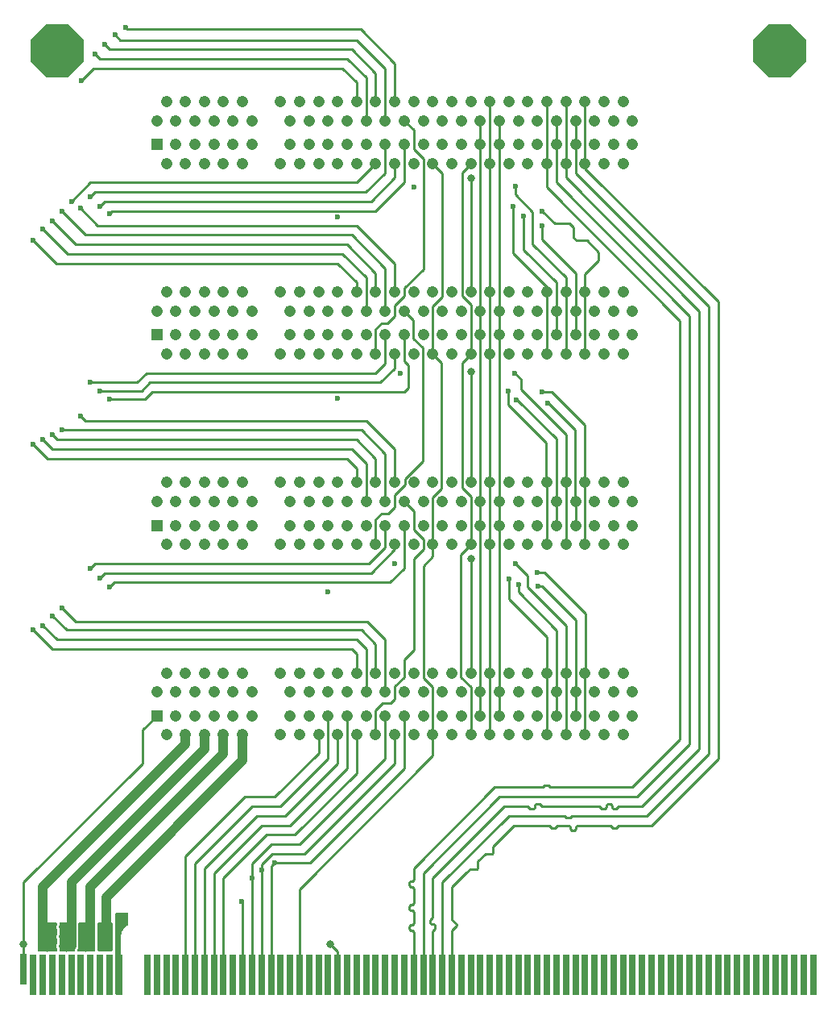
<source format=gbr>
%TF.GenerationSoftware,KiCad,Pcbnew,7.0.7*%
%TF.CreationDate,2023-09-16T13:26:46-04:00*%
%TF.ProjectId,AstroPix_telescope,41737472-6f50-4697-985f-74656c657363,1.1*%
%TF.SameCoordinates,Original*%
%TF.FileFunction,Copper,L4,Bot*%
%TF.FilePolarity,Positive*%
%FSLAX46Y46*%
G04 Gerber Fmt 4.6, Leading zero omitted, Abs format (unit mm)*
G04 Created by KiCad (PCBNEW 7.0.7) date 2023-09-16 13:26:46*
%MOMM*%
%LPD*%
G01*
G04 APERTURE LIST*
G04 Aperture macros list*
%AMFreePoly0*
4,1,17,1.174443,2.785355,2.785356,1.174443,2.800000,1.139088,2.800000,-1.139088,2.785356,-1.174443,1.174443,-2.785355,1.139088,-2.800000,-1.139088,-2.800000,-1.174443,-2.785356,-2.785355,-1.174443,-2.800000,-1.139088,-2.800000,1.139088,-2.785354,1.174443,-1.174443,2.785356,-1.139088,2.800000,1.139088,2.800000,1.174443,2.785355,1.174443,2.785355,$1*%
G04 Aperture macros list end*
%TA.AperFunction,ComponentPad*%
%ADD10FreePoly0,0.000000*%
%TD*%
%TA.AperFunction,ConnectorPad*%
%ADD11R,0.700000X3.200000*%
%TD*%
%TA.AperFunction,ConnectorPad*%
%ADD12R,0.700000X4.300000*%
%TD*%
%TA.AperFunction,ComponentPad*%
%ADD13R,1.208000X1.208000*%
%TD*%
%TA.AperFunction,ComponentPad*%
%ADD14C,1.208000*%
%TD*%
%TA.AperFunction,ViaPad*%
%ADD15C,0.600000*%
%TD*%
%TA.AperFunction,ViaPad*%
%ADD16C,0.800000*%
%TD*%
%TA.AperFunction,Conductor*%
%ADD17C,0.250000*%
%TD*%
%TA.AperFunction,Conductor*%
%ADD18C,1.000000*%
%TD*%
G04 APERTURE END LIST*
D10*
%TO.P,H2,1*%
%TO.N,N/C*%
X107760000Y-57365000D03*
%TD*%
%TO.P,H1,1*%
%TO.N,N/C*%
X183760000Y-57365000D03*
%TD*%
D11*
%TO.P,P1,A1,HV*%
%TO.N,-HV*%
X104260000Y-153815000D03*
D12*
%TO.P,P1,A2*%
%TO.N,N/C*%
X105260000Y-154365000D03*
%TO.P,P1,A3,VDD33*%
%TO.N,unconnected-(P1-PadA3)*%
X106260000Y-154365000D03*
%TO.P,P1,A4,VDD33*%
%TO.N,unconnected-(P1-PadA4)*%
X107260000Y-154365000D03*
%TO.P,P1,A5,VSSA*%
%TO.N,unconnected-(P1-PadA5)*%
X108260000Y-154365000D03*
%TO.P,P1,A6,VSSA*%
%TO.N,unconnected-(P1-PadA6)*%
X109260000Y-154365000D03*
%TO.P,P1,A7,POW5*%
%TO.N,unconnected-(P1-PadA7)*%
X110260000Y-154365000D03*
%TO.P,P1,A8,POW5*%
%TO.N,unconnected-(P1-PadA8)*%
X111260000Y-154365000D03*
%TO.P,P1,A9,POW7*%
%TO.N,unconnected-(P1-PadA9)*%
X112260000Y-154365000D03*
%TO.P,P1,A10,POW7*%
%TO.N,unconnected-(P1-PadA10)*%
X113260000Y-154365000D03*
%TO.P,P1,A11,GND*%
%TO.N,GND*%
X114260000Y-154365000D03*
%TO.P,P1,A12,C1_1*%
%TO.N,unconnected-(P1-PadA12)*%
X117260000Y-154365000D03*
%TO.P,P1,A13,C1_2*%
%TO.N,unconnected-(P1-PadA13)*%
X118260000Y-154365000D03*
%TO.P,P1,A14,C1_5*%
%TO.N,unconnected-(P1-PadA14)*%
X119260000Y-154365000D03*
%TO.P,P1,A15,C1_6*%
%TO.N,unconnected-(P1-PadA15)*%
X120260000Y-154365000D03*
%TO.P,P1,A16,FMC_LA23_P*%
%TO.N,/spi_left_csn*%
X121260000Y-154365000D03*
%TO.P,P1,A17,FMC_LA23_N*%
%TO.N,/spi_left_clk*%
X122260000Y-154365000D03*
%TO.P,P1,A18,FMC_LA21_P*%
%TO.N,/spi_left_miso1*%
X123260000Y-154365000D03*
%TO.P,P1,A19,FMC_LA21_N*%
%TO.N,/spi_left_miso0*%
X124260000Y-154365000D03*
%TO.P,P1,A20,FMC_LA19_P*%
%TO.N,/spi_left_mosi*%
X125260000Y-154365000D03*
%TO.P,P1,A21,FMC_LA19_N*%
%TO.N,unconnected-(P1-PadA21)*%
X126260000Y-154365000D03*
%TO.P,P1,A22,FMC_LA17_CC_P*%
%TO.N,/sr_out3*%
X127260000Y-154365000D03*
%TO.P,P1,A23,FMC_LA17_CC_N*%
%TO.N,/sr_rb*%
X128260000Y-154365000D03*
%TO.P,P1,A24,C2_1*%
%TO.N,/sr_ck1*%
X129260000Y-154365000D03*
%TO.P,P1,A25,C2_2*%
%TO.N,/sr_ck2*%
X130260000Y-154365000D03*
%TO.P,P1,A26,C2_5*%
%TO.N,unconnected-(P1-PadA26)*%
X131260000Y-154365000D03*
%TO.P,P1,A27,C2_6*%
%TO.N,unconnected-(P1-PadA27)*%
X132260000Y-154365000D03*
%TO.P,P1,A28,C3_1*%
%TO.N,/Inj*%
X133260000Y-154365000D03*
%TO.P,P1,A29,C3_2*%
%TO.N,unconnected-(P1-PadA29)*%
X134260000Y-154365000D03*
%TO.P,P1,A30,C3_5*%
%TO.N,unconnected-(P1-PadA30)*%
X135260000Y-154365000D03*
%TO.P,P1,A31,C3_6*%
%TO.N,unconnected-(P1-PadA31)*%
X136260000Y-154365000D03*
%TO.P,P1,A32,C4_1*%
%TO.N,/DAC_ThPMOS*%
X137260000Y-154365000D03*
%TO.P,P1,A33,C4_2*%
%TO.N,unconnected-(P1-PadA33)*%
X138260000Y-154365000D03*
%TO.P,P1,A34,C4_5*%
%TO.N,unconnected-(P1-PadA34)*%
X139260000Y-154365000D03*
%TO.P,P1,A35,C4_6*%
%TO.N,unconnected-(P1-PadA35)*%
X140260000Y-154365000D03*
%TO.P,P1,A36,C5_1*%
%TO.N,unconnected-(P1-PadA36)*%
X141260000Y-154365000D03*
%TO.P,P1,A37,C5_2*%
%TO.N,unconnected-(P1-PadA37)*%
X142260000Y-154365000D03*
%TO.P,P1,A38,C5_5*%
%TO.N,unconnected-(P1-PadA38)*%
X143260000Y-154365000D03*
%TO.P,P1,A39,C5_6*%
%TO.N,unconnected-(P1-PadA39)*%
X144260000Y-154365000D03*
%TO.P,P1,A40,FMC_LA15_P*%
%TO.N,/spi_right_clk*%
X145260000Y-154365000D03*
%TO.P,P1,A41,FMC_LA15_N*%
%TO.N,/spi_right_miso1*%
X146260000Y-154365000D03*
%TO.P,P1,A42,FMC_LA13_P*%
%TO.N,/spi_right_miso0*%
X147260000Y-154365000D03*
%TO.P,P1,A43,FMC_LA13_N*%
%TO.N,/spi_right_csn*%
X148260000Y-154365000D03*
%TO.P,P1,A44,FMC_LA11_P*%
%TO.N,/spi_right_mosi*%
X149260000Y-154365000D03*
%TO.P,P1,A45,FMC_LA11_N*%
%TO.N,unconnected-(P1-PadA45)*%
X150260000Y-154365000D03*
%TO.P,P1,A46,FMC_LA09_P*%
%TO.N,unconnected-(P1-PadA46)*%
X151260000Y-154365000D03*
%TO.P,P1,A47,FMC_LA09_N*%
%TO.N,unconnected-(P1-PadA47)*%
X152260000Y-154365000D03*
%TO.P,P1,A48,FMC_LA07_P*%
%TO.N,unconnected-(P1-PadA48)*%
X153260000Y-154365000D03*
%TO.P,P1,A49,FMC_LA07_N*%
%TO.N,unconnected-(P1-PadA49)*%
X154260000Y-154365000D03*
%TO.P,P1,A50*%
%TO.N,N/C*%
X155260000Y-154365000D03*
%TO.P,P1,A51*%
X156260000Y-154365000D03*
%TO.P,P1,A52*%
X157260000Y-154365000D03*
%TO.P,P1,A53*%
X158260000Y-154365000D03*
%TO.P,P1,A54*%
X159260000Y-154365000D03*
%TO.P,P1,A55*%
X160260000Y-154365000D03*
%TO.P,P1,A56*%
X161260000Y-154365000D03*
%TO.P,P1,A57*%
X162260000Y-154365000D03*
%TO.P,P1,A58*%
X163260000Y-154365000D03*
%TO.P,P1,A59*%
X164260000Y-154365000D03*
%TO.P,P1,A60*%
X165260000Y-154365000D03*
%TO.P,P1,A61*%
X166260000Y-154365000D03*
%TO.P,P1,A62*%
X167260000Y-154365000D03*
%TO.P,P1,A63*%
X168260000Y-154365000D03*
%TO.P,P1,A64*%
X169260000Y-154365000D03*
%TO.P,P1,A65*%
X170260000Y-154365000D03*
%TO.P,P1,A66*%
X171260000Y-154365000D03*
%TO.P,P1,A67*%
X172260000Y-154365000D03*
%TO.P,P1,A68*%
X173260000Y-154365000D03*
%TO.P,P1,A69*%
X174260000Y-154365000D03*
%TO.P,P1,A70*%
X175260000Y-154365000D03*
%TO.P,P1,A71*%
X176260000Y-154365000D03*
%TO.P,P1,A72*%
X177260000Y-154365000D03*
%TO.P,P1,A73*%
X178260000Y-154365000D03*
%TO.P,P1,A74*%
X179260000Y-154365000D03*
%TO.P,P1,A75*%
X180260000Y-154365000D03*
%TO.P,P1,A76*%
X181260000Y-154365000D03*
%TO.P,P1,A77*%
X182260000Y-154365000D03*
%TO.P,P1,A78*%
X183260000Y-154365000D03*
%TO.P,P1,A79*%
X184260000Y-154365000D03*
%TO.P,P1,A80*%
X185260000Y-154365000D03*
%TO.P,P1,A81*%
X186260000Y-154365000D03*
%TO.P,P1,A82*%
X187260000Y-154365000D03*
%TD*%
D13*
%TO.P,J4,A1,HV*%
%TO.N,-HV*%
X118260000Y-67200000D03*
D14*
%TO.P,J4,A2*%
%TO.N,N/C*%
X119260000Y-69200000D03*
%TO.P,J4,A3,VDD18*%
%TO.N,/VDD18_in*%
X120260000Y-67200000D03*
%TO.P,J4,A4,VDD18*%
X121260000Y-69200000D03*
%TO.P,J4,A5,POW4*%
%TO.N,/POW4_in*%
X122260000Y-67200000D03*
%TO.P,J4,A6,POW4*%
X123260000Y-69200000D03*
%TO.P,J4,A7,POW6*%
%TO.N,VDDA*%
X124260000Y-67200000D03*
%TO.P,J4,A8,POW6*%
X125260000Y-69200000D03*
%TO.P,J4,A9,POW8*%
%TO.N,VSSA*%
X126260000Y-67200000D03*
%TO.P,J4,A10,POW8*%
X127260000Y-69200000D03*
%TO.P,J4,A11,GND*%
%TO.N,GND*%
X128260000Y-67200000D03*
%TO.P,J4,A12*%
%TO.N,N/C*%
X131260000Y-69200000D03*
%TO.P,J4,A13*%
X132260000Y-67200000D03*
%TO.P,J4,A14*%
X133260000Y-69200000D03*
%TO.P,J4,A15*%
X134260000Y-67200000D03*
%TO.P,J4,A16,spi_left_csn*%
%TO.N,/spi3_csn*%
X135260000Y-69200000D03*
%TO.P,J4,A17,spi_left_clk*%
%TO.N,/spi3_clk*%
X136260000Y-67200000D03*
%TO.P,J4,A18,spi_left_miso1*%
%TO.N,/spi3_miso1*%
X137260000Y-69200000D03*
%TO.P,J4,A19,spi_left_miso0*%
%TO.N,/spi3_miso0*%
X138260000Y-67200000D03*
%TO.P,J4,A20,spi_left_mosi*%
%TO.N,/spi3_mosi*%
X139260000Y-69200000D03*
%TO.P,J4,A21*%
%TO.N,N/C*%
X140260000Y-67200000D03*
%TO.P,J4,A22,sr_out*%
%TO.N,/sr_out3*%
X141260000Y-69200000D03*
%TO.P,J4,A23,sr_rb*%
%TO.N,/sr_rb*%
X142260000Y-67200000D03*
%TO.P,J4,A24,sr_ck1*%
%TO.N,/sr_ck1*%
X143260000Y-69200000D03*
%TO.P,J4,A25,sr_ck2*%
%TO.N,/sr_ck2*%
X144260000Y-67200000D03*
%TO.P,J4,A26*%
%TO.N,N/C*%
X145260000Y-69200000D03*
%TO.P,J4,A27*%
X146260000Y-67200000D03*
%TO.P,J4,A28,Inj*%
%TO.N,/Inj*%
X147260000Y-69200000D03*
%TO.P,J4,A29*%
%TO.N,N/C*%
X148260000Y-67200000D03*
%TO.P,J4,A30*%
X149260000Y-69200000D03*
%TO.P,J4,A31*%
X150260000Y-67200000D03*
%TO.P,J4,A32,DAC_blpix*%
%TO.N,/DAC_blpix*%
X151260000Y-69200000D03*
%TO.P,J4,A33,DAC_Vcasc2*%
%TO.N,/DAC_VCasc2!*%
X152260000Y-67200000D03*
%TO.P,J4,A34,DAC_ThPix*%
%TO.N,/DAC_ThPix*%
X153260000Y-69200000D03*
%TO.P,J4,A35,DAC_vminuspix*%
%TO.N,/DAC_vminuspix*%
X154260000Y-67200000D03*
%TO.P,J4,A36*%
%TO.N,N/C*%
X155260000Y-69200000D03*
%TO.P,J4,A37*%
X156260000Y-67200000D03*
%TO.P,J4,A38*%
X157260000Y-69200000D03*
%TO.P,J4,A39*%
X158260000Y-67200000D03*
%TO.P,J4,A40,spi_right_clk*%
%TO.N,/spi_right_clk*%
X159260000Y-69200000D03*
%TO.P,J4,A41,spi_right_miso1*%
%TO.N,/spi_right_miso1*%
X160260000Y-67200000D03*
%TO.P,J4,A42,spi_right_miso0*%
%TO.N,/spi_right_miso0*%
X161260000Y-69200000D03*
%TO.P,J4,A43,spi_right_csn*%
%TO.N,/spi_right_csn*%
X162260000Y-67200000D03*
%TO.P,J4,A44,spi_right_mosi*%
%TO.N,/spi_right_mosi*%
X163260000Y-69200000D03*
%TO.P,J4,A45*%
%TO.N,N/C*%
X164260000Y-67200000D03*
%TO.P,J4,A46*%
X165260000Y-69200000D03*
%TO.P,J4,A47*%
X166260000Y-67200000D03*
%TO.P,J4,A48*%
X167260000Y-69200000D03*
%TO.P,J4,A49*%
X168260000Y-67200000D03*
%TO.P,J4,B1,HV*%
%TO.N,-HV*%
X118260000Y-64700000D03*
%TO.P,J4,B2*%
%TO.N,N/C*%
X119260000Y-62700000D03*
%TO.P,J4,B3,VDD18*%
%TO.N,/VDD18_in*%
X120260000Y-64700000D03*
%TO.P,J4,B4,VDD18*%
X121260000Y-62700000D03*
%TO.P,J4,B5,POW4*%
%TO.N,/POW4_in*%
X122260000Y-64700000D03*
%TO.P,J4,B6,POW4*%
X123260000Y-62700000D03*
%TO.P,J4,B7,POW6*%
%TO.N,VDDA*%
X124260000Y-64700000D03*
%TO.P,J4,B8,POW6*%
X125260000Y-62700000D03*
%TO.P,J4,B9,POW8*%
%TO.N,VSSA*%
X126260000Y-64700000D03*
%TO.P,J4,B10,POW8*%
X127260000Y-62700000D03*
%TO.P,J4,B11,GND*%
%TO.N,GND*%
X128260000Y-64700000D03*
%TO.P,J4,B12*%
%TO.N,N/C*%
X131260000Y-62700000D03*
%TO.P,J4,B13*%
X132260000Y-64700000D03*
%TO.P,J4,B14*%
X133260000Y-62700000D03*
%TO.P,J4,B15*%
X134260000Y-64700000D03*
%TO.P,J4,B16,sample_clk_se_P*%
%TO.N,unconnected-(J4-PadB16)*%
X135260000Y-62700000D03*
%TO.P,J4,B17,sample_clk_se_N*%
%TO.N,unconnected-(J4-PadB17)*%
X136260000Y-64700000D03*
%TO.P,J4,B18,sample_clk_P*%
%TO.N,/sample_clk4_P*%
X137260000Y-62700000D03*
%TO.P,J4,B19,sample_clk_N*%
%TO.N,/sample_clk4_N*%
X138260000Y-64700000D03*
%TO.P,J4,B20,interrupt*%
%TO.N,/hold*%
X139260000Y-62700000D03*
%TO.P,J4,B21,ts_clk*%
%TO.N,/timestamp_clk*%
X140260000Y-64700000D03*
%TO.P,J4,B22,hold*%
%TO.N,/interrupt*%
X141260000Y-62700000D03*
%TO.P,J4,B23,res_n*%
%TO.N,/res_n*%
X142260000Y-64700000D03*
%TO.P,J4,B24,sr_ld*%
%TO.N,/sr_ld*%
X143260000Y-62700000D03*
%TO.P,J4,B25,sr_sin*%
%TO.N,/sr_out2*%
X144260000Y-64700000D03*
%TO.P,J4,B26*%
%TO.N,N/C*%
X145260000Y-62700000D03*
%TO.P,J4,B27*%
X146260000Y-64700000D03*
%TO.P,J4,B28*%
X147260000Y-62700000D03*
%TO.P,J4,B29*%
X148260000Y-64700000D03*
%TO.P,J4,B30*%
X149260000Y-62700000D03*
%TO.P,J4,B31*%
X150260000Y-64700000D03*
%TO.P,J4,B32,DAC_blpix*%
%TO.N,/DAC_ThPMOS*%
X151260000Y-62700000D03*
%TO.P,J4,B33,DAC_Vcasc2*%
%TO.N,/DAC_VCasc2!*%
X152260000Y-64700000D03*
%TO.P,J4,B34,DAC_ThPix*%
%TO.N,/DAC_ThPix*%
X153260000Y-62700000D03*
%TO.P,J4,B35,DAC_vminuspix*%
%TO.N,/DAC_vminuspix*%
X154260000Y-64700000D03*
%TO.P,J4,B36*%
%TO.N,N/C*%
X155260000Y-62700000D03*
%TO.P,J4,B37*%
X156260000Y-64700000D03*
%TO.P,J4,B38*%
X157260000Y-62700000D03*
%TO.P,J4,B39*%
X158260000Y-64700000D03*
%TO.P,J4,B40,spi_right_clk*%
%TO.N,/spi_right_clk*%
X159260000Y-62700000D03*
%TO.P,J4,B41,spi_right_miso1*%
%TO.N,/spi_right_miso1*%
X160260000Y-64700000D03*
%TO.P,J4,B42,spi_right_miso0*%
%TO.N,/spi_right_miso0*%
X161260000Y-62700000D03*
%TO.P,J4,B43,spi_right_csn*%
%TO.N,/spi_right_csn*%
X162260000Y-64700000D03*
%TO.P,J4,B44,spi_right_mosi*%
%TO.N,/spi_right_mosi*%
X163260000Y-62700000D03*
%TO.P,J4,B45*%
%TO.N,N/C*%
X164260000Y-64700000D03*
%TO.P,J4,B46*%
X165260000Y-62700000D03*
%TO.P,J4,B47*%
X166260000Y-64700000D03*
%TO.P,J4,B48*%
X167260000Y-62700000D03*
%TO.P,J4,B49*%
X168260000Y-64700000D03*
%TD*%
D13*
%TO.P,J3,A1,HV*%
%TO.N,-HV*%
X118260000Y-87200000D03*
D14*
%TO.P,J3,A2*%
%TO.N,N/C*%
X119260000Y-89200000D03*
%TO.P,J3,A3,VDD18*%
%TO.N,/VDD18_in*%
X120260000Y-87200000D03*
%TO.P,J3,A4,VDD18*%
X121260000Y-89200000D03*
%TO.P,J3,A5,POW4*%
%TO.N,/POW4_in*%
X122260000Y-87200000D03*
%TO.P,J3,A6,POW4*%
X123260000Y-89200000D03*
%TO.P,J3,A7,POW6*%
%TO.N,VDDA*%
X124260000Y-87200000D03*
%TO.P,J3,A8,POW6*%
X125260000Y-89200000D03*
%TO.P,J3,A9,POW8*%
%TO.N,VSSA*%
X126260000Y-87200000D03*
%TO.P,J3,A10,POW8*%
X127260000Y-89200000D03*
%TO.P,J3,A11,GND*%
%TO.N,GND*%
X128260000Y-87200000D03*
%TO.P,J3,A12*%
%TO.N,N/C*%
X131260000Y-89200000D03*
%TO.P,J3,A13*%
X132260000Y-87200000D03*
%TO.P,J3,A14*%
X133260000Y-89200000D03*
%TO.P,J3,A15*%
X134260000Y-87200000D03*
%TO.P,J3,A16,spi_left_csn*%
%TO.N,/spi2_csn*%
X135260000Y-89200000D03*
%TO.P,J3,A17,spi_left_clk*%
%TO.N,/spi2_clk*%
X136260000Y-87200000D03*
%TO.P,J3,A18,spi_left_miso1*%
%TO.N,/spi2_miso1*%
X137260000Y-89200000D03*
%TO.P,J3,A19,spi_left_miso0*%
%TO.N,/spi2_miso0*%
X138260000Y-87200000D03*
%TO.P,J3,A20,spi_left_mosi*%
%TO.N,/spi2_mosi*%
X139260000Y-89200000D03*
%TO.P,J3,A21*%
%TO.N,N/C*%
X140260000Y-87200000D03*
%TO.P,J3,A22,sr_out*%
%TO.N,/sr_out2*%
X141260000Y-89200000D03*
%TO.P,J3,A23,sr_rb*%
%TO.N,/sr_rb*%
X142260000Y-87200000D03*
%TO.P,J3,A24,sr_ck1*%
%TO.N,/sr_ck1*%
X143260000Y-89200000D03*
%TO.P,J3,A25,sr_ck2*%
%TO.N,/sr_ck2*%
X144260000Y-87200000D03*
%TO.P,J3,A26*%
%TO.N,N/C*%
X145260000Y-89200000D03*
%TO.P,J3,A27*%
X146260000Y-87200000D03*
%TO.P,J3,A28,Inj*%
%TO.N,/Inj*%
X147260000Y-89200000D03*
%TO.P,J3,A29*%
%TO.N,N/C*%
X148260000Y-87200000D03*
%TO.P,J3,A30*%
X149260000Y-89200000D03*
%TO.P,J3,A31*%
X150260000Y-87200000D03*
%TO.P,J3,A32,DAC_blpix*%
%TO.N,/DAC_blpix*%
X151260000Y-89200000D03*
%TO.P,J3,A33,DAC_Vcasc2*%
%TO.N,/DAC_VCasc2!*%
X152260000Y-87200000D03*
%TO.P,J3,A34,DAC_ThPix*%
%TO.N,/DAC_ThPix*%
X153260000Y-89200000D03*
%TO.P,J3,A35,DAC_vminuspix*%
%TO.N,/DAC_vminuspix*%
X154260000Y-87200000D03*
%TO.P,J3,A36*%
%TO.N,N/C*%
X155260000Y-89200000D03*
%TO.P,J3,A37*%
X156260000Y-87200000D03*
%TO.P,J3,A38*%
X157260000Y-89200000D03*
%TO.P,J3,A39*%
X158260000Y-87200000D03*
%TO.P,J3,A40,spi_right_clk*%
%TO.N,/spi3_clk*%
X159260000Y-89200000D03*
%TO.P,J3,A41,spi_right_miso1*%
%TO.N,/spi3_miso1*%
X160260000Y-87200000D03*
%TO.P,J3,A42,spi_right_miso0*%
%TO.N,/spi3_miso0*%
X161260000Y-89200000D03*
%TO.P,J3,A43,spi_right_csn*%
%TO.N,/spi3_csn*%
X162260000Y-87200000D03*
%TO.P,J3,A44,spi_right_mosi*%
%TO.N,/spi3_mosi*%
X163260000Y-89200000D03*
%TO.P,J3,A45*%
%TO.N,N/C*%
X164260000Y-87200000D03*
%TO.P,J3,A46*%
X165260000Y-89200000D03*
%TO.P,J3,A47*%
X166260000Y-87200000D03*
%TO.P,J3,A48*%
X167260000Y-89200000D03*
%TO.P,J3,A49*%
X168260000Y-87200000D03*
%TO.P,J3,B1,HV*%
%TO.N,-HV*%
X118260000Y-84700000D03*
%TO.P,J3,B2*%
%TO.N,N/C*%
X119260000Y-82700000D03*
%TO.P,J3,B3,VDD18*%
%TO.N,/VDD18_in*%
X120260000Y-84700000D03*
%TO.P,J3,B4,VDD18*%
X121260000Y-82700000D03*
%TO.P,J3,B5,POW4*%
%TO.N,/POW4_in*%
X122260000Y-84700000D03*
%TO.P,J3,B6,POW4*%
X123260000Y-82700000D03*
%TO.P,J3,B7,POW6*%
%TO.N,VDDA*%
X124260000Y-84700000D03*
%TO.P,J3,B8,POW6*%
X125260000Y-82700000D03*
%TO.P,J3,B9,POW8*%
%TO.N,VSSA*%
X126260000Y-84700000D03*
%TO.P,J3,B10,POW8*%
X127260000Y-82700000D03*
%TO.P,J3,B11,GND*%
%TO.N,GND*%
X128260000Y-84700000D03*
%TO.P,J3,B12*%
%TO.N,N/C*%
X131260000Y-82700000D03*
%TO.P,J3,B13*%
X132260000Y-84700000D03*
%TO.P,J3,B14*%
X133260000Y-82700000D03*
%TO.P,J3,B15*%
X134260000Y-84700000D03*
%TO.P,J3,B16,sample_clk_se_P*%
%TO.N,unconnected-(J3-PadB16)*%
X135260000Y-82700000D03*
%TO.P,J3,B17,sample_clk_se_N*%
%TO.N,unconnected-(J3-PadB17)*%
X136260000Y-84700000D03*
%TO.P,J3,B18,sample_clk_P*%
%TO.N,/sample_clk3_P*%
X137260000Y-82700000D03*
%TO.P,J3,B19,sample_clk_N*%
%TO.N,/sample_clk3_N*%
X138260000Y-84700000D03*
%TO.P,J3,B20,interrupt*%
%TO.N,/hold*%
X139260000Y-82700000D03*
%TO.P,J3,B21,ts_clk*%
%TO.N,/timestamp_clk*%
X140260000Y-84700000D03*
%TO.P,J3,B22,hold*%
%TO.N,/interrupt*%
X141260000Y-82700000D03*
%TO.P,J3,B23,res_n*%
%TO.N,/res_n*%
X142260000Y-84700000D03*
%TO.P,J3,B24,sr_ld*%
%TO.N,/sr_ld*%
X143260000Y-82700000D03*
%TO.P,J3,B25,sr_sin*%
%TO.N,/sr_out1*%
X144260000Y-84700000D03*
%TO.P,J3,B26*%
%TO.N,N/C*%
X145260000Y-82700000D03*
%TO.P,J3,B27*%
X146260000Y-84700000D03*
%TO.P,J3,B28*%
X147260000Y-82700000D03*
%TO.P,J3,B29*%
X148260000Y-84700000D03*
%TO.P,J3,B30*%
X149260000Y-82700000D03*
%TO.P,J3,B31*%
X150260000Y-84700000D03*
%TO.P,J3,B32,DAC_blpix*%
%TO.N,/DAC_ThPMOS*%
X151260000Y-82700000D03*
%TO.P,J3,B33,DAC_Vcasc2*%
%TO.N,/DAC_VCasc2!*%
X152260000Y-84700000D03*
%TO.P,J3,B34,DAC_ThPix*%
%TO.N,/DAC_ThPix*%
X153260000Y-82700000D03*
%TO.P,J3,B35,DAC_vminuspix*%
%TO.N,/DAC_vminuspix*%
X154260000Y-84700000D03*
%TO.P,J3,B36*%
%TO.N,N/C*%
X155260000Y-82700000D03*
%TO.P,J3,B37*%
X156260000Y-84700000D03*
%TO.P,J3,B38*%
X157260000Y-82700000D03*
%TO.P,J3,B39*%
X158260000Y-84700000D03*
%TO.P,J3,B40,spi_right_clk*%
%TO.N,/spi3_clk*%
X159260000Y-82700000D03*
%TO.P,J3,B41,spi_right_miso1*%
%TO.N,/spi3_miso1*%
X160260000Y-84700000D03*
%TO.P,J3,B42,spi_right_miso0*%
%TO.N,/spi3_miso0*%
X161260000Y-82700000D03*
%TO.P,J3,B43,spi_right_csn*%
%TO.N,/spi3_csn*%
X162260000Y-84700000D03*
%TO.P,J3,B44,spi_right_mosi*%
%TO.N,/spi3_mosi*%
X163260000Y-82700000D03*
%TO.P,J3,B45*%
%TO.N,N/C*%
X164260000Y-84700000D03*
%TO.P,J3,B46*%
X165260000Y-82700000D03*
%TO.P,J3,B47*%
X166260000Y-84700000D03*
%TO.P,J3,B48*%
X167260000Y-82700000D03*
%TO.P,J3,B49*%
X168260000Y-84700000D03*
%TD*%
D13*
%TO.P,J1,A1,HV*%
%TO.N,-HV*%
X118260000Y-127200000D03*
D14*
%TO.P,J1,A2*%
%TO.N,N/C*%
X119260000Y-129200000D03*
%TO.P,J1,A3,VDD18*%
%TO.N,/VDD18_in*%
X120260000Y-127200000D03*
%TO.P,J1,A4,VDD18*%
X121260000Y-129200000D03*
%TO.P,J1,A5,POW4*%
%TO.N,/POW4_in*%
X122260000Y-127200000D03*
%TO.P,J1,A6,POW4*%
X123260000Y-129200000D03*
%TO.P,J1,A7,POW6*%
%TO.N,VDDA*%
X124260000Y-127200000D03*
%TO.P,J1,A8,POW6*%
X125260000Y-129200000D03*
%TO.P,J1,A9,POW8*%
%TO.N,VSSA*%
X126260000Y-127200000D03*
%TO.P,J1,A10,POW8*%
X127260000Y-129200000D03*
%TO.P,J1,A11,GND*%
%TO.N,GND*%
X128260000Y-127200000D03*
%TO.P,J1,A12*%
%TO.N,N/C*%
X131260000Y-129200000D03*
%TO.P,J1,A13*%
X132260000Y-127200000D03*
%TO.P,J1,A14*%
X133260000Y-129200000D03*
%TO.P,J1,A15*%
X134260000Y-127200000D03*
%TO.P,J1,A16,spi_left_csn*%
%TO.N,/spi_left_csn*%
X135260000Y-129200000D03*
%TO.P,J1,A17,spi_left_clk*%
%TO.N,/spi_left_clk*%
X136260000Y-127200000D03*
%TO.P,J1,A18,spi_left_miso1*%
%TO.N,/spi_left_miso1*%
X137260000Y-129200000D03*
%TO.P,J1,A19,spi_left_miso0*%
%TO.N,/spi_left_miso0*%
X138260000Y-127200000D03*
%TO.P,J1,A20,spi_left_mosi*%
%TO.N,/spi_left_mosi*%
X139260000Y-129200000D03*
%TO.P,J1,A21*%
%TO.N,N/C*%
X140260000Y-127200000D03*
%TO.P,J1,A22,sr_out*%
%TO.N,/sr_out*%
X141260000Y-129200000D03*
%TO.P,J1,A23,sr_rb*%
%TO.N,/sr_rb*%
X142260000Y-127200000D03*
%TO.P,J1,A24,sr_ck1*%
%TO.N,/sr_ck1*%
X143260000Y-129200000D03*
%TO.P,J1,A25,sr_ck2*%
%TO.N,/sr_ck2*%
X144260000Y-127200000D03*
%TO.P,J1,A26*%
%TO.N,N/C*%
X145260000Y-129200000D03*
%TO.P,J1,A27*%
X146260000Y-127200000D03*
%TO.P,J1,A28,Inj*%
%TO.N,/Inj*%
X147260000Y-129200000D03*
%TO.P,J1,A29*%
%TO.N,N/C*%
X148260000Y-127200000D03*
%TO.P,J1,A30*%
X149260000Y-129200000D03*
%TO.P,J1,A31*%
X150260000Y-127200000D03*
%TO.P,J1,A32,DAC_blpix*%
%TO.N,/DAC_blpix*%
X151260000Y-129200000D03*
%TO.P,J1,A33,DAC_Vcasc2*%
%TO.N,/DAC_VCasc2!*%
X152260000Y-127200000D03*
%TO.P,J1,A34,DAC_ThPix*%
%TO.N,/DAC_ThPix*%
X153260000Y-129200000D03*
%TO.P,J1,A35,DAC_vminuspix*%
%TO.N,/DAC_vminuspix*%
X154260000Y-127200000D03*
%TO.P,J1,A36*%
%TO.N,N/C*%
X155260000Y-129200000D03*
%TO.P,J1,A37*%
X156260000Y-127200000D03*
%TO.P,J1,A38*%
X157260000Y-129200000D03*
%TO.P,J1,A39*%
X158260000Y-127200000D03*
%TO.P,J1,A40,spi_right_clk*%
%TO.N,/spi1_clk*%
X159260000Y-129200000D03*
%TO.P,J1,A41,spi_right_miso1*%
%TO.N,/spi1_miso1*%
X160260000Y-127200000D03*
%TO.P,J1,A42,spi_right_miso0*%
%TO.N,/spi1_miso0*%
X161260000Y-129200000D03*
%TO.P,J1,A43,spi_right_csn*%
%TO.N,/spi1_csn*%
X162260000Y-127200000D03*
%TO.P,J1,A44,spi_right_mosi*%
%TO.N,/spi1_mosi*%
X163260000Y-129200000D03*
%TO.P,J1,A45*%
%TO.N,N/C*%
X164260000Y-127200000D03*
%TO.P,J1,A46*%
X165260000Y-129200000D03*
%TO.P,J1,A47*%
X166260000Y-127200000D03*
%TO.P,J1,A48*%
X167260000Y-129200000D03*
%TO.P,J1,A49*%
X168260000Y-127200000D03*
%TO.P,J1,B1,HV*%
%TO.N,-HV*%
X118260000Y-124700000D03*
%TO.P,J1,B2*%
%TO.N,N/C*%
X119260000Y-122700000D03*
%TO.P,J1,B3,VDD18*%
%TO.N,/VDD18_in*%
X120260000Y-124700000D03*
%TO.P,J1,B4,VDD18*%
X121260000Y-122700000D03*
%TO.P,J1,B5,POW4*%
%TO.N,/POW4_in*%
X122260000Y-124700000D03*
%TO.P,J1,B6,POW4*%
X123260000Y-122700000D03*
%TO.P,J1,B7,POW6*%
%TO.N,VDDA*%
X124260000Y-124700000D03*
%TO.P,J1,B8,POW6*%
X125260000Y-122700000D03*
%TO.P,J1,B9,POW8*%
%TO.N,VSSA*%
X126260000Y-124700000D03*
%TO.P,J1,B10,POW8*%
X127260000Y-122700000D03*
%TO.P,J1,B11,GND*%
%TO.N,GND*%
X128260000Y-124700000D03*
%TO.P,J1,B12*%
%TO.N,N/C*%
X131260000Y-122700000D03*
%TO.P,J1,B13*%
X132260000Y-124700000D03*
%TO.P,J1,B14*%
X133260000Y-122700000D03*
%TO.P,J1,B15*%
X134260000Y-124700000D03*
%TO.P,J1,B16,sample_clk_se_P*%
%TO.N,unconnected-(J1-PadB16)*%
X135260000Y-122700000D03*
%TO.P,J1,B17,sample_clk_se_N*%
%TO.N,unconnected-(J1-PadB17)*%
X136260000Y-124700000D03*
%TO.P,J1,B18,sample_clk_P*%
%TO.N,/sample_clk0_P*%
X137260000Y-122700000D03*
%TO.P,J1,B19,sample_clk_N*%
%TO.N,/sample_clk0_N*%
X138260000Y-124700000D03*
%TO.P,J1,B20,interrupt*%
%TO.N,/hold*%
X139260000Y-122700000D03*
%TO.P,J1,B21,ts_clk*%
%TO.N,/timestamp_clk*%
X140260000Y-124700000D03*
%TO.P,J1,B22,hold*%
%TO.N,/interrupt*%
X141260000Y-122700000D03*
%TO.P,J1,B23,res_n*%
%TO.N,/res_n*%
X142260000Y-124700000D03*
%TO.P,J1,B24,sr_ld*%
%TO.N,/sr_ld*%
X143260000Y-122700000D03*
%TO.P,J1,B25,sr_sin*%
%TO.N,/sr_sin*%
X144260000Y-124700000D03*
%TO.P,J1,B26*%
%TO.N,N/C*%
X145260000Y-122700000D03*
%TO.P,J1,B27*%
X146260000Y-124700000D03*
%TO.P,J1,B28*%
X147260000Y-122700000D03*
%TO.P,J1,B29*%
X148260000Y-124700000D03*
%TO.P,J1,B30*%
X149260000Y-122700000D03*
%TO.P,J1,B31*%
X150260000Y-124700000D03*
%TO.P,J1,B32,DAC_blpix*%
%TO.N,/DAC_ThPMOS*%
X151260000Y-122700000D03*
%TO.P,J1,B33,DAC_Vcasc2*%
%TO.N,/DAC_VCasc2!*%
X152260000Y-124700000D03*
%TO.P,J1,B34,DAC_ThPix*%
%TO.N,/DAC_ThPix*%
X153260000Y-122700000D03*
%TO.P,J1,B35,DAC_vminuspix*%
%TO.N,/DAC_vminuspix*%
X154260000Y-124700000D03*
%TO.P,J1,B36*%
%TO.N,N/C*%
X155260000Y-122700000D03*
%TO.P,J1,B37*%
X156260000Y-124700000D03*
%TO.P,J1,B38*%
X157260000Y-122700000D03*
%TO.P,J1,B39*%
X158260000Y-124700000D03*
%TO.P,J1,B40,spi_right_clk*%
%TO.N,/spi1_clk*%
X159260000Y-122700000D03*
%TO.P,J1,B41,spi_right_miso1*%
%TO.N,/spi1_miso1*%
X160260000Y-124700000D03*
%TO.P,J1,B42,spi_right_miso0*%
%TO.N,/spi1_miso0*%
X161260000Y-122700000D03*
%TO.P,J1,B43,spi_right_csn*%
%TO.N,/spi1_csn*%
X162260000Y-124700000D03*
%TO.P,J1,B44,spi_right_mosi*%
%TO.N,/spi1_mosi*%
X163260000Y-122700000D03*
%TO.P,J1,B45*%
%TO.N,N/C*%
X164260000Y-124700000D03*
%TO.P,J1,B46*%
X165260000Y-122700000D03*
%TO.P,J1,B47*%
X166260000Y-124700000D03*
%TO.P,J1,B48*%
X167260000Y-122700000D03*
%TO.P,J1,B49*%
X168260000Y-124700000D03*
%TD*%
D13*
%TO.P,J2,A1,HV*%
%TO.N,-HV*%
X118260000Y-107200000D03*
D14*
%TO.P,J2,A2*%
%TO.N,N/C*%
X119260000Y-109200000D03*
%TO.P,J2,A3,VDD18*%
%TO.N,/VDD18_in*%
X120260000Y-107200000D03*
%TO.P,J2,A4,VDD18*%
X121260000Y-109200000D03*
%TO.P,J2,A5,POW4*%
%TO.N,/POW4_in*%
X122260000Y-107200000D03*
%TO.P,J2,A6,POW4*%
X123260000Y-109200000D03*
%TO.P,J2,A7,POW6*%
%TO.N,VDDA*%
X124260000Y-107200000D03*
%TO.P,J2,A8,POW6*%
X125260000Y-109200000D03*
%TO.P,J2,A9,POW8*%
%TO.N,VSSA*%
X126260000Y-107200000D03*
%TO.P,J2,A10,POW8*%
X127260000Y-109200000D03*
%TO.P,J2,A11,GND*%
%TO.N,GND*%
X128260000Y-107200000D03*
%TO.P,J2,A12*%
%TO.N,N/C*%
X131260000Y-109200000D03*
%TO.P,J2,A13*%
X132260000Y-107200000D03*
%TO.P,J2,A14*%
X133260000Y-109200000D03*
%TO.P,J2,A15*%
X134260000Y-107200000D03*
%TO.P,J2,A16,spi_left_csn*%
%TO.N,/spi1_csn*%
X135260000Y-109200000D03*
%TO.P,J2,A17,spi_left_clk*%
%TO.N,/spi1_clk*%
X136260000Y-107200000D03*
%TO.P,J2,A18,spi_left_miso1*%
%TO.N,/spi1_miso1*%
X137260000Y-109200000D03*
%TO.P,J2,A19,spi_left_miso0*%
%TO.N,/spi1_miso0*%
X138260000Y-107200000D03*
%TO.P,J2,A20,spi_left_mosi*%
%TO.N,/spi1_mosi*%
X139260000Y-109200000D03*
%TO.P,J2,A21*%
%TO.N,N/C*%
X140260000Y-107200000D03*
%TO.P,J2,A22,sr_out*%
%TO.N,/sr_out1*%
X141260000Y-109200000D03*
%TO.P,J2,A23,sr_rb*%
%TO.N,/sr_rb*%
X142260000Y-107200000D03*
%TO.P,J2,A24,sr_ck1*%
%TO.N,/sr_ck1*%
X143260000Y-109200000D03*
%TO.P,J2,A25,sr_ck2*%
%TO.N,/sr_ck2*%
X144260000Y-107200000D03*
%TO.P,J2,A26*%
%TO.N,N/C*%
X145260000Y-109200000D03*
%TO.P,J2,A27*%
X146260000Y-107200000D03*
%TO.P,J2,A28,Inj*%
%TO.N,/Inj*%
X147260000Y-109200000D03*
%TO.P,J2,A29*%
%TO.N,N/C*%
X148260000Y-107200000D03*
%TO.P,J2,A30*%
X149260000Y-109200000D03*
%TO.P,J2,A31*%
X150260000Y-107200000D03*
%TO.P,J2,A32,DAC_blpix*%
%TO.N,/DAC_blpix*%
X151260000Y-109200000D03*
%TO.P,J2,A33,DAC_Vcasc2*%
%TO.N,/DAC_VCasc2!*%
X152260000Y-107200000D03*
%TO.P,J2,A34,DAC_ThPix*%
%TO.N,/DAC_ThPix*%
X153260000Y-109200000D03*
%TO.P,J2,A35,DAC_vminuspix*%
%TO.N,/DAC_vminuspix*%
X154260000Y-107200000D03*
%TO.P,J2,A36*%
%TO.N,N/C*%
X155260000Y-109200000D03*
%TO.P,J2,A37*%
X156260000Y-107200000D03*
%TO.P,J2,A38*%
X157260000Y-109200000D03*
%TO.P,J2,A39*%
X158260000Y-107200000D03*
%TO.P,J2,A40,spi_right_clk*%
%TO.N,/spi2_clk*%
X159260000Y-109200000D03*
%TO.P,J2,A41,spi_right_miso1*%
%TO.N,/spi2_miso1*%
X160260000Y-107200000D03*
%TO.P,J2,A42,spi_right_miso0*%
%TO.N,/spi2_miso0*%
X161260000Y-109200000D03*
%TO.P,J2,A43,spi_right_csn*%
%TO.N,/spi2_csn*%
X162260000Y-107200000D03*
%TO.P,J2,A44,spi_right_mosi*%
%TO.N,/spi2_mosi*%
X163260000Y-109200000D03*
%TO.P,J2,A45*%
%TO.N,N/C*%
X164260000Y-107200000D03*
%TO.P,J2,A46*%
X165260000Y-109200000D03*
%TO.P,J2,A47*%
X166260000Y-107200000D03*
%TO.P,J2,A48*%
X167260000Y-109200000D03*
%TO.P,J2,A49*%
X168260000Y-107200000D03*
%TO.P,J2,B1,HV*%
%TO.N,-HV*%
X118260000Y-104700000D03*
%TO.P,J2,B2*%
%TO.N,N/C*%
X119260000Y-102700000D03*
%TO.P,J2,B3,VDD18*%
%TO.N,/VDD18_in*%
X120260000Y-104700000D03*
%TO.P,J2,B4,VDD18*%
X121260000Y-102700000D03*
%TO.P,J2,B5,POW4*%
%TO.N,/POW4_in*%
X122260000Y-104700000D03*
%TO.P,J2,B6,POW4*%
X123260000Y-102700000D03*
%TO.P,J2,B7,POW6*%
%TO.N,VDDA*%
X124260000Y-104700000D03*
%TO.P,J2,B8,POW6*%
X125260000Y-102700000D03*
%TO.P,J2,B9,POW8*%
%TO.N,VSSA*%
X126260000Y-104700000D03*
%TO.P,J2,B10,POW8*%
X127260000Y-102700000D03*
%TO.P,J2,B11,GND*%
%TO.N,GND*%
X128260000Y-104700000D03*
%TO.P,J2,B12*%
%TO.N,N/C*%
X131260000Y-102700000D03*
%TO.P,J2,B13*%
X132260000Y-104700000D03*
%TO.P,J2,B14*%
X133260000Y-102700000D03*
%TO.P,J2,B15*%
X134260000Y-104700000D03*
%TO.P,J2,B16,sample_clk_se_P*%
%TO.N,unconnected-(J2-PadB16)*%
X135260000Y-102700000D03*
%TO.P,J2,B17,sample_clk_se_N*%
%TO.N,unconnected-(J2-PadB17)*%
X136260000Y-104700000D03*
%TO.P,J2,B18,sample_clk_P*%
%TO.N,/sample_clk2_P*%
X137260000Y-102700000D03*
%TO.P,J2,B19,sample_clk_N*%
%TO.N,/sample_clk2_N*%
X138260000Y-104700000D03*
%TO.P,J2,B20,interrupt*%
%TO.N,/hold*%
X139260000Y-102700000D03*
%TO.P,J2,B21,ts_clk*%
%TO.N,/timestamp_clk*%
X140260000Y-104700000D03*
%TO.P,J2,B22,hold*%
%TO.N,/interrupt*%
X141260000Y-102700000D03*
%TO.P,J2,B23,res_n*%
%TO.N,/res_n*%
X142260000Y-104700000D03*
%TO.P,J2,B24,sr_ld*%
%TO.N,/sr_ld*%
X143260000Y-102700000D03*
%TO.P,J2,B25,sr_sin*%
%TO.N,/sr_out*%
X144260000Y-104700000D03*
%TO.P,J2,B26*%
%TO.N,N/C*%
X145260000Y-102700000D03*
%TO.P,J2,B27*%
X146260000Y-104700000D03*
%TO.P,J2,B28*%
X147260000Y-102700000D03*
%TO.P,J2,B29*%
X148260000Y-104700000D03*
%TO.P,J2,B30*%
X149260000Y-102700000D03*
%TO.P,J2,B31*%
X150260000Y-104700000D03*
%TO.P,J2,B32,DAC_blpix*%
%TO.N,/DAC_ThPMOS*%
X151260000Y-102700000D03*
%TO.P,J2,B33,DAC_Vcasc2*%
%TO.N,/DAC_VCasc2!*%
X152260000Y-104700000D03*
%TO.P,J2,B34,DAC_ThPix*%
%TO.N,/DAC_ThPix*%
X153260000Y-102700000D03*
%TO.P,J2,B35,DAC_vminuspix*%
%TO.N,/DAC_vminuspix*%
X154260000Y-104700000D03*
%TO.P,J2,B36*%
%TO.N,N/C*%
X155260000Y-102700000D03*
%TO.P,J2,B37*%
X156260000Y-104700000D03*
%TO.P,J2,B38*%
X157260000Y-102700000D03*
%TO.P,J2,B39*%
X158260000Y-104700000D03*
%TO.P,J2,B40,spi_right_clk*%
%TO.N,/spi2_clk*%
X159260000Y-102700000D03*
%TO.P,J2,B41,spi_right_miso1*%
%TO.N,/spi2_miso1*%
X160260000Y-104700000D03*
%TO.P,J2,B42,spi_right_miso0*%
%TO.N,/spi2_miso0*%
X161260000Y-102700000D03*
%TO.P,J2,B43,spi_right_csn*%
%TO.N,/spi2_csn*%
X162260000Y-104700000D03*
%TO.P,J2,B44,spi_right_mosi*%
%TO.N,/spi2_mosi*%
X163260000Y-102700000D03*
%TO.P,J2,B45*%
%TO.N,N/C*%
X164260000Y-104700000D03*
%TO.P,J2,B46*%
X165260000Y-102700000D03*
%TO.P,J2,B47*%
X166260000Y-104700000D03*
%TO.P,J2,B48*%
X167260000Y-102700000D03*
%TO.P,J2,B49*%
X168260000Y-104700000D03*
%TD*%
D15*
%TO.N,GND*%
X145260000Y-71700000D03*
X143884500Y-91200000D03*
X137260000Y-74824500D03*
X143260000Y-111200000D03*
X136260000Y-114200000D03*
X114210000Y-149350000D03*
X114210000Y-150350000D03*
X114210000Y-148385000D03*
X114210000Y-151350000D03*
X137260000Y-93900000D03*
%TO.N,VDDA*%
X111260000Y-151365000D03*
X111260000Y-149365000D03*
X110260000Y-149365000D03*
X110260000Y-151365000D03*
X110260000Y-150365000D03*
X111260000Y-150365000D03*
D16*
%TO.N,-HV*%
X104260000Y-151200000D03*
D15*
%TO.N,/interrupt*%
X107260000Y-97700000D03*
X107260000Y-116700000D03*
X112760000Y-56694961D03*
X107260000Y-75200000D03*
%TO.N,/POW4_in*%
X109260000Y-150365000D03*
X108260000Y-149365000D03*
X109260000Y-151365000D03*
X108260000Y-150365000D03*
X108260000Y-151365000D03*
X109260000Y-149365000D03*
%TO.N,/sr_ck1*%
X112260000Y-73700000D03*
X129296839Y-143361339D03*
X112260000Y-93065000D03*
X112260000Y-112700000D03*
%TO.N,/res_n*%
X108260000Y-97166499D03*
X108260000Y-115863455D03*
X113860000Y-55700000D03*
X108260000Y-74200000D03*
%TO.N,/VDD18_in*%
X107260000Y-150365000D03*
X107260000Y-149365000D03*
X106260000Y-150365000D03*
X107260000Y-151365000D03*
X106260000Y-151365000D03*
X106260000Y-149365000D03*
%TO.N,/hold*%
X105260000Y-118200000D03*
X105260000Y-77300000D03*
X110310000Y-60515000D03*
X105260000Y-98700000D03*
%TO.N,/sr_rb*%
X111260000Y-92200000D03*
X128260000Y-144200000D03*
X111260000Y-111700000D03*
X111260000Y-72700000D03*
%TO.N,/timestamp_clk*%
X106260000Y-76075500D03*
X111760000Y-57700000D03*
X106260000Y-117700000D03*
X106260000Y-98200000D03*
%TO.N,/sr_ck2*%
X130663478Y-142603478D03*
X113260000Y-93950000D03*
X113260000Y-74450000D03*
X113260000Y-113700000D03*
%TO.N,/sr_ld*%
X115010000Y-54950000D03*
X110260000Y-73915000D03*
X110260000Y-95700000D03*
%TO.N,/spi1_clk*%
X155260000Y-112783867D03*
%TO.N,/spi1_miso1*%
X156260000Y-113432902D03*
%TO.N,/spi1_miso0*%
X155941132Y-111200000D03*
%TO.N,/spi1_csn*%
X158357701Y-113595879D03*
%TO.N,/spi1_mosi*%
X158260000Y-112163425D03*
%TO.N,/spi2_clk*%
X155160000Y-93100000D03*
%TO.N,/spi2_miso1*%
X156060000Y-94000000D03*
%TO.N,/spi2_miso0*%
X155891132Y-91200000D03*
%TO.N,/spi2_csn*%
X159378445Y-94333078D03*
%TO.N,/spi2_mosi*%
X158760000Y-93200000D03*
%TO.N,/spi3_clk*%
X155710000Y-73700000D03*
%TO.N,/spi3_miso1*%
X156801589Y-74700000D03*
%TO.N,/spi3_miso0*%
X155910000Y-71566000D03*
%TO.N,/spi3_csn*%
X158760000Y-75700000D03*
%TO.N,/spi3_mosi*%
X158760000Y-74200000D03*
%TO.N,/sr_out3*%
X127160000Y-146700000D03*
X109260000Y-73200000D03*
D16*
%TO.N,/DAC_ThPMOS*%
X136510000Y-151150000D03*
X151260000Y-91100000D03*
X151260000Y-70750000D03*
X151260000Y-110750000D03*
D15*
%TO.N,VSSA*%
X113235000Y-150375000D03*
X113235000Y-151350000D03*
X113260000Y-149350000D03*
X112410000Y-149350000D03*
X112385000Y-150375000D03*
X112385000Y-151350000D03*
%TD*%
D17*
%TO.N,/spi_right_miso0*%
X158460000Y-136450000D02*
X158710000Y-136700000D01*
X158710000Y-136700000D02*
X164760000Y-136700000D01*
X166085000Y-136577957D02*
X166085000Y-136822043D01*
X165482042Y-136822042D02*
X165482042Y-136700000D01*
X165485000Y-136577957D02*
X165607042Y-136455915D01*
X157510000Y-136950000D02*
X157860000Y-136950000D01*
X147260000Y-144200000D02*
X154760000Y-136700000D01*
X165482042Y-136700000D02*
X165485000Y-136700000D01*
X147010000Y-148950000D02*
X147010000Y-148600000D01*
X147135000Y-149075000D02*
X147010000Y-148950000D01*
X157985000Y-136825000D02*
X157985000Y-136575000D01*
X154760000Y-136700000D02*
X157260000Y-136700000D01*
X165962958Y-136455915D02*
X166085000Y-136577957D01*
X164760000Y-136700000D02*
X165004084Y-136944085D01*
X166562958Y-136944085D02*
X166807042Y-136700000D01*
X175260000Y-84700000D02*
X161260000Y-70700000D01*
X147260000Y-148350000D02*
X147260000Y-144200000D01*
X158110000Y-136450000D02*
X158460000Y-136450000D01*
X147260000Y-149800000D02*
X147510000Y-149550000D01*
X157985000Y-136575000D02*
X158110000Y-136450000D01*
X165485000Y-136700000D02*
X165485000Y-136577957D01*
X169260000Y-136700000D02*
X175260000Y-130700000D01*
X166085000Y-136822043D02*
X166207042Y-136944085D01*
X165360000Y-136944085D02*
X165482042Y-136822042D01*
X147510000Y-149550000D02*
X147510000Y-149200000D01*
X166807042Y-136700000D02*
X169260000Y-136700000D01*
X157260000Y-136700000D02*
X157510000Y-136950000D01*
X147385000Y-149075000D02*
X147135000Y-149075000D01*
X165607042Y-136455915D02*
X165962958Y-136455915D01*
X161260000Y-70700000D02*
X161260000Y-69200000D01*
X175260000Y-130700000D02*
X175260000Y-84700000D01*
X147010000Y-148600000D02*
X147260000Y-148350000D01*
X161260000Y-62700000D02*
X161260000Y-69200000D01*
X157860000Y-136950000D02*
X157985000Y-136825000D01*
X147260000Y-154365000D02*
X147260000Y-149800000D01*
X147510000Y-149200000D02*
X147385000Y-149075000D01*
X165004084Y-136944085D02*
X165360000Y-136944085D01*
X166207042Y-136944085D02*
X166562958Y-136944085D01*
%TO.N,/spi_left_miso1*%
X131760000Y-137700000D02*
X128760000Y-137700000D01*
X137260000Y-129200000D02*
X137260000Y-132200000D01*
X137260000Y-132200000D02*
X131760000Y-137700000D01*
X128760000Y-137700000D02*
X123260000Y-143200000D01*
X123260000Y-143200000D02*
X123260000Y-154365000D01*
%TO.N,/spi_right_csn*%
X169760000Y-137700000D02*
X161860000Y-137700000D01*
X162260000Y-64700000D02*
X162260000Y-67200000D01*
X176260000Y-131200000D02*
X169760000Y-137700000D01*
X161113538Y-137700000D02*
X155260000Y-137700000D01*
X161860000Y-137700000D02*
X161713538Y-137846463D01*
X162260000Y-67200000D02*
X162260000Y-70200000D01*
X161260000Y-137846463D02*
X161113538Y-137700000D01*
X162260000Y-70200000D02*
X176260000Y-84200000D01*
X176260000Y-84200000D02*
X176260000Y-131200000D01*
X155260000Y-137700000D02*
X148260000Y-144700000D01*
X161713538Y-137846463D02*
X161260000Y-137846463D01*
X148260000Y-144700000D02*
X148260000Y-154365000D01*
%TO.N,/spi_left_csn*%
X135260000Y-129200000D02*
X135260000Y-131075000D01*
X121260000Y-141950000D02*
X121260000Y-154365000D01*
X127510000Y-135700000D02*
X121260000Y-141950000D01*
X135260000Y-131075000D02*
X130635000Y-135700000D01*
X130635000Y-135700000D02*
X127510000Y-135700000D01*
%TO.N,/spi_right_mosi*%
X166560000Y-138945655D02*
X166205654Y-138945655D01*
X162310000Y-138850000D02*
X162310000Y-139050000D01*
X161710000Y-138850000D02*
X161560000Y-138700000D01*
X170260000Y-138700000D02*
X166805654Y-138700000D01*
X153560000Y-141607108D02*
X153489289Y-141677820D01*
X149260000Y-145200000D02*
X149260000Y-148600000D01*
X161860000Y-139200000D02*
X161710000Y-139050000D01*
X159510000Y-138700000D02*
X155760000Y-138700000D01*
X153489289Y-141677820D02*
X152782183Y-141677819D01*
X161560000Y-138700000D02*
X160360000Y-138700000D01*
X149260000Y-148600000D02*
X149760000Y-149100000D01*
X163260000Y-69700000D02*
X177260000Y-83700000D01*
X161710000Y-139050000D02*
X161710000Y-138850000D01*
X160110000Y-138950000D02*
X159760000Y-138950000D01*
X151960001Y-142500001D02*
X151960003Y-143207109D01*
X149760000Y-149200000D02*
X149260000Y-149700000D01*
X153560000Y-140900000D02*
X153560000Y-141607108D01*
X177260000Y-131700000D02*
X170260000Y-138700000D01*
X162160000Y-139200000D02*
X161860000Y-139200000D01*
X152782183Y-141677819D02*
X151960001Y-142500001D01*
X150802359Y-143657642D02*
X149260000Y-145200000D01*
X155760000Y-138700000D02*
X153560000Y-140900000D01*
X165960000Y-138700000D02*
X162460000Y-138700000D01*
X163260000Y-62700000D02*
X163260000Y-69200000D01*
X177260000Y-83700000D02*
X177260000Y-131700000D01*
X151960003Y-143207109D02*
X151889292Y-143277819D01*
X166805654Y-138700000D02*
X166560000Y-138945655D01*
X151182185Y-143277820D02*
X150802359Y-143657642D01*
X162460000Y-138700000D02*
X162310000Y-138850000D01*
X149760000Y-149100000D02*
X149760000Y-149200000D01*
X149260000Y-149700000D02*
X149260000Y-154365000D01*
X160360000Y-138700000D02*
X160110000Y-138950000D01*
X162310000Y-139050000D02*
X162160000Y-139200000D01*
X163260000Y-69200000D02*
X163260000Y-69700000D01*
X151889292Y-143277819D02*
X151182185Y-143277820D01*
X166205654Y-138945655D02*
X165960000Y-138700000D01*
X159760000Y-138950000D02*
X159510000Y-138700000D01*
%TO.N,/spi_left_clk*%
X122260000Y-142700000D02*
X122260000Y-154365000D01*
X131260000Y-136700000D02*
X128260000Y-136700000D01*
X136260000Y-131700000D02*
X131260000Y-136700000D01*
X128260000Y-136700000D02*
X122260000Y-142700000D01*
X136260000Y-127200000D02*
X136260000Y-131700000D01*
D18*
%TO.N,VDDA*%
X111260000Y-151365000D02*
X111260000Y-145200000D01*
X111260000Y-145200000D02*
X125260000Y-131200000D01*
X125260000Y-131200000D02*
X125260000Y-129200000D01*
D17*
%TO.N,-HV*%
X118260000Y-127200000D02*
X116760000Y-128700000D01*
X104260000Y-144700000D02*
X104260000Y-153815000D01*
X116760000Y-132200000D02*
X104260000Y-144700000D01*
X116760000Y-128700000D02*
X116760000Y-132200000D01*
%TO.N,/interrupt*%
X112760000Y-56694961D02*
X113265039Y-57200000D01*
X107260000Y-116700000D02*
X108760000Y-118200000D01*
X141260000Y-80700000D02*
X141260000Y-82700000D01*
X139260000Y-98200000D02*
X141260000Y-100200000D01*
X107260000Y-75200000D02*
X109760000Y-77700000D01*
X141260000Y-100200000D02*
X141260000Y-102700000D01*
X138760000Y-57200000D02*
X141260000Y-59700000D01*
X139760000Y-118200000D02*
X141260000Y-119700000D01*
X113265039Y-57200000D02*
X138760000Y-57200000D01*
X138260000Y-77700000D02*
X141260000Y-80700000D01*
X109760000Y-77700000D02*
X138260000Y-77700000D01*
X141260000Y-119700000D02*
X141260000Y-122700000D01*
X108760000Y-118200000D02*
X139760000Y-118200000D01*
X141260000Y-59700000D02*
X141260000Y-62700000D01*
X107260000Y-97700000D02*
X107760000Y-98200000D01*
X107760000Y-98200000D02*
X139260000Y-98200000D01*
D18*
%TO.N,/POW4_in*%
X109260000Y-144700000D02*
X123260000Y-130700000D01*
X109260000Y-151365000D02*
X109260000Y-149365000D01*
X109260000Y-149365000D02*
X109260000Y-144700000D01*
X123260000Y-130700000D02*
X123260000Y-129200000D01*
D17*
%TO.N,/DAC_VCasc2!*%
X152260000Y-64700000D02*
X152260000Y-67200000D01*
X152260000Y-87200000D02*
X152260000Y-127200000D01*
X152260000Y-67200000D02*
X152260000Y-84700000D01*
X152260000Y-84700000D02*
X152260000Y-87200000D01*
%TO.N,/spi_left_mosi*%
X129760000Y-139700000D02*
X125260000Y-144200000D01*
X139260000Y-133200000D02*
X132760000Y-139700000D01*
X132760000Y-139700000D02*
X129760000Y-139700000D01*
X125260000Y-144200000D02*
X125260000Y-154365000D01*
X139260000Y-129200000D02*
X139260000Y-133200000D01*
%TO.N,/sr_ck1*%
X141760000Y-92200000D02*
X143260000Y-90700000D01*
X133760000Y-141700000D02*
X143260000Y-132200000D01*
X112260000Y-73700000D02*
X112760000Y-73200000D01*
X129296839Y-143361339D02*
X129296839Y-142798850D01*
X129296839Y-142798850D02*
X130395689Y-141700000D01*
X129260000Y-154365000D02*
X129260000Y-143398178D01*
X112760000Y-73200000D02*
X140760000Y-73200000D01*
X130395689Y-141700000D02*
X133760000Y-141700000D01*
X116645000Y-93065000D02*
X117510000Y-92200000D01*
X112760000Y-112200000D02*
X140760000Y-112200000D01*
X112260000Y-112700000D02*
X112760000Y-112200000D01*
X140760000Y-73200000D02*
X143260000Y-70700000D01*
X143260000Y-90700000D02*
X143260000Y-89200000D01*
X143260000Y-70700000D02*
X143260000Y-69200000D01*
X143260000Y-132200000D02*
X143260000Y-129200000D01*
X112260000Y-93065000D02*
X116645000Y-93065000D01*
X140760000Y-112200000D02*
X143260000Y-109700000D01*
X143260000Y-109700000D02*
X143260000Y-109200000D01*
X117510000Y-92200000D02*
X141760000Y-92200000D01*
X129260000Y-143398178D02*
X129296839Y-143361339D01*
%TO.N,/res_n*%
X108260000Y-97166499D02*
X108293501Y-97200000D01*
X139301498Y-56241498D02*
X142260000Y-59200000D01*
X142260000Y-119200000D02*
X142260000Y-124700000D01*
X108260000Y-74200000D02*
X110760000Y-76700000D01*
X142260000Y-80200000D02*
X142260000Y-84700000D01*
X140360000Y-117300000D02*
X142260000Y-119200000D01*
X138760000Y-76700000D02*
X142260000Y-80200000D01*
X142260000Y-59200000D02*
X142260000Y-64700000D01*
X139760000Y-97200000D02*
X142260000Y-99700000D01*
X110760000Y-76700000D02*
X138760000Y-76700000D01*
X142260000Y-99700000D02*
X142260000Y-104700000D01*
X113860000Y-55700000D02*
X114401498Y-56241498D01*
X108260000Y-115863455D02*
X109696545Y-117300000D01*
X108293501Y-97200000D02*
X139760000Y-97200000D01*
X114401498Y-56241498D02*
X139301498Y-56241498D01*
X109696545Y-117300000D02*
X140360000Y-117300000D01*
D18*
%TO.N,/VDD18_in*%
X106260000Y-145200000D02*
X121260000Y-130200000D01*
X121260000Y-130200000D02*
X121260000Y-129200000D01*
X106260000Y-151365000D02*
X106260000Y-145200000D01*
D17*
%TO.N,/hold*%
X138760000Y-120200000D02*
X139260000Y-120700000D01*
X105260000Y-77300000D02*
X107660000Y-79700000D01*
X139260000Y-101200000D02*
X139260000Y-102700000D01*
X138260000Y-100200000D02*
X139260000Y-101200000D01*
X137260000Y-79700000D02*
X139260000Y-81700000D01*
X139260000Y-60700000D02*
X139260000Y-62700000D01*
X107260000Y-120200000D02*
X138760000Y-120200000D01*
X105260000Y-118200000D02*
X107260000Y-120200000D01*
X139260000Y-81700000D02*
X139260000Y-82700000D01*
X106760000Y-100200000D02*
X138260000Y-100200000D01*
X107660000Y-79700000D02*
X137260000Y-79700000D01*
X111625000Y-59200000D02*
X137760000Y-59200000D01*
X137760000Y-59200000D02*
X139260000Y-60700000D01*
X139260000Y-120700000D02*
X139260000Y-122700000D01*
X110310000Y-60515000D02*
X111625000Y-59200000D01*
X105260000Y-98700000D02*
X106760000Y-100200000D01*
%TO.N,/DAC_blpix*%
X150331000Y-83084805D02*
X150331000Y-70129000D01*
X150331000Y-90129000D02*
X151260000Y-89200000D01*
X151260000Y-104200000D02*
X150331000Y-103271000D01*
X151260000Y-124200000D02*
X150189000Y-123129000D01*
X150189000Y-110271000D02*
X151260000Y-109200000D01*
X150331000Y-103271000D02*
X150331000Y-90129000D01*
X151260000Y-84013805D02*
X150331000Y-83084805D01*
X150331000Y-70129000D02*
X151260000Y-69200000D01*
X151260000Y-109200000D02*
X151260000Y-104200000D01*
X151260000Y-89200000D02*
X151260000Y-84013805D01*
X150189000Y-123129000D02*
X150189000Y-110271000D01*
X151260000Y-129200000D02*
X151260000Y-124200000D01*
%TO.N,/sr_rb*%
X142260000Y-131700000D02*
X142260000Y-127200000D01*
X128260000Y-142699646D02*
X130259646Y-140700000D01*
X142260000Y-87200000D02*
X142260000Y-90200000D01*
X116140070Y-92200000D02*
X111260000Y-92200000D01*
X142260000Y-70200000D02*
X142260000Y-67200000D01*
X111260000Y-111700000D02*
X111760000Y-111200000D01*
X128260000Y-144200000D02*
X128260000Y-154365000D01*
X111740093Y-72219907D02*
X140240093Y-72219907D01*
X142260000Y-109513805D02*
X142260000Y-107200000D01*
X141260000Y-91200000D02*
X117140070Y-91200000D01*
X111760000Y-111200000D02*
X140573805Y-111200000D01*
X133260000Y-140700000D02*
X142260000Y-131700000D01*
X140573805Y-111200000D02*
X142260000Y-109513805D01*
X117140070Y-91200000D02*
X116140070Y-92200000D01*
X128260000Y-144200000D02*
X128260000Y-142699646D01*
X130259646Y-140700000D02*
X133260000Y-140700000D01*
X111260000Y-72700000D02*
X111740093Y-72219907D01*
X142260000Y-90200000D02*
X141260000Y-91200000D01*
X140240093Y-72219907D02*
X142260000Y-70200000D01*
%TO.N,/Inj*%
X146260000Y-123200000D02*
X147260000Y-124200000D01*
X146260000Y-111450000D02*
X146260000Y-123200000D01*
X147260000Y-129200000D02*
X147260000Y-131400000D01*
X148189000Y-90129000D02*
X148189000Y-103336000D01*
X147260000Y-109200000D02*
X147260000Y-110450000D01*
X147260000Y-131400000D02*
X133260000Y-145400000D01*
X148260000Y-70200000D02*
X148260000Y-83200000D01*
X133260000Y-145400000D02*
X133260000Y-154365000D01*
X147260000Y-110450000D02*
X146260000Y-111450000D01*
X147260000Y-84200000D02*
X147260000Y-89200000D01*
X147260000Y-104265000D02*
X147260000Y-109200000D01*
X148189000Y-103336000D02*
X147260000Y-104265000D01*
X147260000Y-124200000D02*
X147260000Y-129200000D01*
X147260000Y-89200000D02*
X148189000Y-90129000D01*
X148260000Y-83200000D02*
X147260000Y-84200000D01*
X147260000Y-69200000D02*
X148260000Y-70200000D01*
%TO.N,/timestamp_clk*%
X106260000Y-117700000D02*
X107760000Y-119200000D01*
X107260000Y-99200000D02*
X138760000Y-99200000D01*
X107760000Y-119200000D02*
X139260000Y-119200000D01*
X140260000Y-60200000D02*
X140260000Y-64700000D01*
X140260000Y-81200000D02*
X140260000Y-84700000D01*
X140260000Y-100700000D02*
X140260000Y-104700000D01*
X138760000Y-99200000D02*
X140260000Y-100700000D01*
X106260000Y-76075500D02*
X108884500Y-78700000D01*
X139260000Y-119200000D02*
X140260000Y-120200000D01*
X112260000Y-58200000D02*
X138260000Y-58200000D01*
X111760000Y-57700000D02*
X112260000Y-58200000D01*
X106260000Y-98200000D02*
X107260000Y-99200000D01*
X108884500Y-78700000D02*
X137760000Y-78700000D01*
X138260000Y-58200000D02*
X140260000Y-60200000D01*
X140260000Y-120200000D02*
X140260000Y-124700000D01*
X137760000Y-78700000D02*
X140260000Y-81200000D01*
%TO.N,/sr_ck2*%
X144260000Y-71200000D02*
X144260000Y-67200000D01*
X144660000Y-90400000D02*
X144260000Y-90000000D01*
X144260000Y-111700000D02*
X144260000Y-107200000D01*
X113510000Y-74200000D02*
X141260000Y-74200000D01*
X141260000Y-74200000D02*
X144260000Y-71200000D01*
X113260000Y-74450000D02*
X113510000Y-74200000D01*
X144260000Y-132700000D02*
X144260000Y-127200000D01*
X144260000Y-93200000D02*
X144660000Y-92800000D01*
X117760000Y-93200000D02*
X144260000Y-93200000D01*
X113260000Y-113700000D02*
X113760000Y-113200000D01*
X130260000Y-143006956D02*
X130260000Y-154365000D01*
X142760000Y-113200000D02*
X144260000Y-111700000D01*
X113260000Y-93950000D02*
X117010000Y-93950000D01*
X113760000Y-113200000D02*
X142760000Y-113200000D01*
X144260000Y-90000000D02*
X144260000Y-87200000D01*
X144660000Y-92800000D02*
X144660000Y-90400000D01*
X117010000Y-93950000D02*
X117760000Y-93200000D01*
X130663478Y-142603478D02*
X130260000Y-143006956D01*
X134356522Y-142603478D02*
X144260000Y-132700000D01*
X130663478Y-142603478D02*
X134356522Y-142603478D01*
%TO.N,/sr_out*%
X142810000Y-125865000D02*
X143260000Y-125415000D01*
X141260000Y-129200000D02*
X141260000Y-126600000D01*
X144260000Y-121293098D02*
X145260000Y-120293098D01*
X144260000Y-123115000D02*
X144260000Y-121293098D01*
X145260000Y-105700000D02*
X144260000Y-104700000D01*
X143260000Y-125415000D02*
X143260000Y-124115000D01*
X145260000Y-120293098D02*
X145260000Y-110700000D01*
X146260000Y-108655805D02*
X145260000Y-107655805D01*
X143260000Y-124115000D02*
X144260000Y-123115000D01*
X145260000Y-107655805D02*
X145260000Y-105700000D01*
X145260000Y-110700000D02*
X146260000Y-109700000D01*
X141995000Y-125865000D02*
X142810000Y-125865000D01*
X146260000Y-109700000D02*
X146260000Y-108655805D01*
X141260000Y-126600000D02*
X141995000Y-125865000D01*
%TO.N,/spi_left_miso0*%
X138260000Y-132700000D02*
X132260000Y-138700000D01*
X129260000Y-138700000D02*
X124260000Y-143700000D01*
X138260000Y-127200000D02*
X138260000Y-132700000D01*
X124260000Y-143700000D02*
X124260000Y-154365000D01*
X132260000Y-138700000D02*
X129260000Y-138700000D01*
%TO.N,/DAC_ThPix*%
X153260000Y-69200000D02*
X153260000Y-82700000D01*
X153260000Y-129200000D02*
X153260000Y-82700000D01*
X153260000Y-62700000D02*
X153260000Y-69200000D01*
%TO.N,/sr_ld*%
X140260000Y-96200000D02*
X143260000Y-99200000D01*
X143260000Y-99200000D02*
X143260000Y-102700000D01*
X143260000Y-79700000D02*
X143260000Y-82700000D01*
X115175000Y-55115000D02*
X139675000Y-55115000D01*
X115010000Y-54950000D02*
X115175000Y-55115000D01*
X110260000Y-95700000D02*
X110760000Y-96200000D01*
X110260000Y-73915000D02*
X112045000Y-75700000D01*
X139675000Y-55115000D02*
X143260000Y-58700000D01*
X112045000Y-75700000D02*
X139260000Y-75700000D01*
X139260000Y-75700000D02*
X143260000Y-79700000D01*
X110760000Y-96200000D02*
X140260000Y-96200000D01*
X143260000Y-58700000D02*
X143260000Y-62700000D01*
%TO.N,/DAC_vminuspix*%
X154260000Y-64700000D02*
X154260000Y-67200000D01*
X154260000Y-84700000D02*
X154260000Y-67200000D01*
X154260000Y-84700000D02*
X154260000Y-127200000D01*
%TO.N,/spi_right_clk*%
X159260000Y-71700000D02*
X159260000Y-69200000D01*
X145110000Y-145150000D02*
X144910000Y-145150000D01*
X168260000Y-134700000D02*
X173260000Y-129700000D01*
X158860000Y-134700000D02*
X159033670Y-134526329D01*
X173260000Y-85700000D02*
X159260000Y-71700000D01*
X144760000Y-147200000D02*
X144910000Y-147050000D01*
X144760000Y-144700000D02*
X144910000Y-144550000D01*
X144910000Y-147050000D02*
X145110000Y-147050000D01*
X159460000Y-134526329D02*
X159633670Y-134700000D01*
X144910000Y-147650000D02*
X144760000Y-147500000D01*
X145260000Y-149000000D02*
X145260000Y-147800000D01*
X145110000Y-149150000D02*
X145260000Y-149000000D01*
X173260000Y-129700000D02*
X173260000Y-85700000D01*
X144760000Y-149300000D02*
X144910000Y-149150000D01*
X145260000Y-154365000D02*
X145260000Y-149900000D01*
X144910000Y-149150000D02*
X145110000Y-149150000D01*
X144760000Y-149600000D02*
X144760000Y-149300000D01*
X145110000Y-147050000D02*
X145260000Y-146900000D01*
X144910000Y-145150000D02*
X144760000Y-145000000D01*
X159633670Y-134700000D02*
X168260000Y-134700000D01*
X144760000Y-145000000D02*
X144760000Y-144700000D01*
X145110000Y-149750000D02*
X144910000Y-149750000D01*
X145110000Y-144550000D02*
X145260000Y-144400000D01*
X159033670Y-134526329D02*
X159460000Y-134526329D01*
X144910000Y-144550000D02*
X145110000Y-144550000D01*
X144910000Y-149750000D02*
X144760000Y-149600000D01*
X145260000Y-145300000D02*
X145110000Y-145150000D01*
X145260000Y-146900000D02*
X145260000Y-145300000D01*
X145260000Y-143200000D02*
X153760000Y-134700000D01*
X145260000Y-144400000D02*
X145260000Y-143200000D01*
X145260000Y-149900000D02*
X145110000Y-149750000D01*
X153760000Y-134700000D02*
X158860000Y-134700000D01*
X159260000Y-62700000D02*
X159260000Y-69200000D01*
X144760000Y-147500000D02*
X144760000Y-147200000D01*
X145260000Y-147800000D02*
X145110000Y-147650000D01*
X145110000Y-147650000D02*
X144910000Y-147650000D01*
%TO.N,/spi_right_miso1*%
X168760000Y-135700000D02*
X154260000Y-135700000D01*
X174260000Y-130200000D02*
X168760000Y-135700000D01*
X174260000Y-85200000D02*
X174260000Y-130200000D01*
X146260000Y-143700000D02*
X146260000Y-154365000D01*
X154260000Y-135700000D02*
X146260000Y-143700000D01*
X160260000Y-71200000D02*
X174260000Y-85200000D01*
X160260000Y-64700000D02*
X160260000Y-67200000D01*
X160260000Y-67200000D02*
X160260000Y-71200000D01*
%TO.N,/spi1_clk*%
X159260000Y-122700000D02*
X159260000Y-129200000D01*
X159260000Y-118900000D02*
X155260000Y-114900000D01*
X159291132Y-122668867D02*
X159291132Y-118931132D01*
X155260000Y-114900000D02*
X155260000Y-112783867D01*
X159291132Y-118931132D02*
X159260000Y-118900000D01*
%TO.N,/spi1_miso1*%
X160260000Y-124700000D02*
X160260000Y-127200000D01*
X156260000Y-113432902D02*
X156260000Y-114200000D01*
X160291132Y-118231132D02*
X160291132Y-124668867D01*
X156260000Y-114200000D02*
X160291132Y-118231132D01*
%TO.N,/spi1_miso0*%
X157260000Y-112518868D02*
X155941132Y-111200000D01*
X161260000Y-117700000D02*
X157260000Y-113700000D01*
X161260000Y-122700000D02*
X161260000Y-117700000D01*
X157260000Y-113700000D02*
X157260000Y-112518868D01*
X161260000Y-122700000D02*
X161260000Y-129200000D01*
%TO.N,/spi1_csn*%
X162291132Y-124668867D02*
X162291132Y-117131132D01*
X158755879Y-113595879D02*
X158357701Y-113595879D01*
X162260000Y-124700000D02*
X162260000Y-127200000D01*
X162291132Y-117131132D02*
X158755879Y-113595879D01*
%TO.N,/spi1_mosi*%
X159023425Y-112163425D02*
X163291132Y-116431132D01*
X163291132Y-116431132D02*
X163291132Y-122668867D01*
X163260000Y-122700000D02*
X163260000Y-129200000D01*
X158260000Y-112163425D02*
X159023425Y-112163425D01*
%TO.N,/spi2_clk*%
X159210000Y-98550000D02*
X159210000Y-102687735D01*
X155160000Y-93100000D02*
X155160000Y-94500000D01*
X159260000Y-102700000D02*
X159260000Y-109200000D01*
X155160000Y-94500000D02*
X159210000Y-98550000D01*
%TO.N,/spi2_miso1*%
X160260000Y-98100000D02*
X160260000Y-104700000D01*
X160260000Y-104700000D02*
X160260000Y-107200000D01*
X156160000Y-94000000D02*
X160260000Y-98100000D01*
X156060000Y-94000000D02*
X156160000Y-94000000D01*
%TO.N,/spi2_miso0*%
X161260000Y-102700000D02*
X161260000Y-97650000D01*
X161260000Y-97650000D02*
X156560000Y-92950000D01*
X161260000Y-102700000D02*
X161260000Y-109200000D01*
X156560000Y-92950000D02*
X156560000Y-91900000D01*
X156557915Y-91866783D02*
X155891132Y-91200000D01*
%TO.N,/spi2_csn*%
X162241132Y-97181132D02*
X162241132Y-104718867D01*
X162260000Y-107200000D02*
X162260000Y-104700000D01*
X159393078Y-94333078D02*
X162241132Y-97181132D01*
X159378445Y-94333078D02*
X159393078Y-94333078D01*
%TO.N,/spi2_mosi*%
X163241132Y-96681132D02*
X159760000Y-93200000D01*
X163241132Y-102718867D02*
X163241132Y-96681132D01*
X159760000Y-93200000D02*
X158760000Y-93200000D01*
X163260000Y-102700000D02*
X163260000Y-109200000D01*
%TO.N,/spi3_clk*%
X155710000Y-73700000D02*
X155710000Y-78650000D01*
X159260000Y-89200000D02*
X159260000Y-82700000D01*
X155710000Y-78650000D02*
X159260000Y-82200000D01*
X159260000Y-82200000D02*
X159260000Y-82700000D01*
%TO.N,/spi3_miso1*%
X156801589Y-78241589D02*
X160260000Y-81700000D01*
X160260000Y-81700000D02*
X160260000Y-84700000D01*
X160260000Y-87200000D02*
X160260000Y-84700000D01*
X156801589Y-74700000D02*
X156801589Y-78241589D01*
%TO.N,/spi3_miso0*%
X155910000Y-72450000D02*
X155910000Y-71566000D01*
X157760000Y-74300000D02*
X155910000Y-72450000D01*
X157760000Y-77700000D02*
X157760000Y-74300000D01*
X161260000Y-81200000D02*
X157760000Y-77700000D01*
X161260000Y-89200000D02*
X161260000Y-82700000D01*
X161260000Y-82700000D02*
X161260000Y-81200000D01*
%TO.N,/spi3_csn*%
X158760000Y-75700000D02*
X158760000Y-77200000D01*
X162260000Y-84700000D02*
X162260000Y-87200000D01*
X158760000Y-77200000D02*
X162260000Y-80700000D01*
X162260000Y-80700000D02*
X162260000Y-84700000D01*
%TO.N,/spi3_mosi*%
X160060000Y-75500000D02*
X161660000Y-75500000D01*
X164660000Y-79400000D02*
X163260000Y-80800000D01*
X162060000Y-75900000D02*
X162060000Y-77000000D01*
X163460000Y-77300000D02*
X164660000Y-78500000D01*
X164660000Y-78500000D02*
X164660000Y-79400000D01*
X163260000Y-80800000D02*
X163260000Y-82700000D01*
X158760000Y-74200000D02*
X160060000Y-75500000D01*
X162060000Y-77000000D02*
X162360000Y-77300000D01*
X161660000Y-75500000D02*
X162060000Y-75900000D01*
X163260000Y-82700000D02*
X163260000Y-89200000D01*
X162360000Y-77300000D02*
X163460000Y-77300000D01*
%TO.N,/sr_out1*%
X141260000Y-106600000D02*
X141860000Y-106000000D01*
X145210000Y-85650000D02*
X144260000Y-84700000D01*
X142560000Y-106000000D02*
X143260000Y-105300000D01*
X141860000Y-106000000D02*
X142560000Y-106000000D01*
X146210000Y-88563805D02*
X145210000Y-87563805D01*
X144331000Y-102944000D02*
X144331000Y-102315195D01*
X144331000Y-102315195D02*
X146210000Y-100436195D01*
X145210000Y-87563805D02*
X145210000Y-85650000D01*
X143260000Y-105300000D02*
X143260000Y-104015000D01*
X143260000Y-104015000D02*
X144331000Y-102944000D01*
X141260000Y-109200000D02*
X141260000Y-106600000D01*
X146210000Y-100436195D02*
X146210000Y-88563805D01*
%TO.N,/sr_out2*%
X145260000Y-67700000D02*
X145260000Y-65700000D01*
X141260000Y-86600000D02*
X141860000Y-86000000D01*
X141260000Y-89200000D02*
X141260000Y-86600000D01*
X144260000Y-82293097D02*
X146260000Y-80293097D01*
X146260000Y-68700000D02*
X145260000Y-67700000D01*
X144260000Y-83013804D02*
X144260000Y-82293097D01*
X143260000Y-84100000D02*
X144260000Y-83100000D01*
X145260000Y-65700000D02*
X144260000Y-64700000D01*
X142491902Y-86000000D02*
X143260000Y-85231902D01*
X141860000Y-86000000D02*
X142491902Y-86000000D01*
X146260000Y-80293097D02*
X146260000Y-68700000D01*
X144260000Y-83100000D02*
X144260000Y-83000000D01*
X143260000Y-85231902D02*
X143260000Y-84100000D01*
%TO.N,/sr_out3*%
X111260000Y-71200000D02*
X139260000Y-71200000D01*
X127260000Y-146800000D02*
X127260000Y-154365000D01*
X139260000Y-71200000D02*
X141260000Y-69200000D01*
X109260000Y-73200000D02*
X111260000Y-71200000D01*
X127160000Y-146700000D02*
X127260000Y-146800000D01*
%TO.N,/DAC_ThPMOS*%
X151260000Y-91100000D02*
X151260000Y-102700000D01*
X151260000Y-70750000D02*
X151260000Y-82700000D01*
X136510000Y-151150000D02*
X137260000Y-151900000D01*
X137260000Y-151900000D02*
X137260000Y-154365000D01*
X151260000Y-110750000D02*
X151260000Y-122700000D01*
D18*
%TO.N,VSSA*%
X113085000Y-150350000D02*
X112900000Y-150165000D01*
X112900000Y-146260000D02*
X127260000Y-131900000D01*
X112900000Y-150165000D02*
X112900000Y-146260000D01*
X127260000Y-131900000D02*
X127260000Y-129200000D01*
%TD*%
%TA.AperFunction,Conductor*%
%TO.N,/POW4_in*%
G36*
X109697121Y-148885002D02*
G01*
X109743614Y-148938658D01*
X109755000Y-148991001D01*
X109754999Y-149110136D01*
X109745409Y-149158351D01*
X109719771Y-149220247D01*
X109700715Y-149364999D01*
X109700715Y-149365000D01*
X109719771Y-149509753D01*
X109719772Y-149509754D01*
X109745409Y-149571647D01*
X109755000Y-149619865D01*
X109755000Y-150110135D01*
X109745409Y-150158353D01*
X109719771Y-150220247D01*
X109700715Y-150364999D01*
X109700715Y-150365000D01*
X109719771Y-150509753D01*
X109719772Y-150509754D01*
X109745409Y-150571647D01*
X109755000Y-150619865D01*
X109755000Y-151110135D01*
X109745409Y-151158353D01*
X109719771Y-151220247D01*
X109700715Y-151364999D01*
X109700715Y-151365000D01*
X109719172Y-151505197D01*
X109708233Y-151575346D01*
X109706848Y-151578190D01*
X109665010Y-151661497D01*
X109665011Y-151661497D01*
X109649315Y-151700259D01*
X109649314Y-151700262D01*
X109649314Y-151700261D01*
X109637199Y-151738865D01*
X109633354Y-151752391D01*
X109633353Y-151752394D01*
X109628590Y-151841246D01*
X109604970Y-151908198D01*
X109548902Y-151951752D01*
X109502771Y-151960500D01*
X108884936Y-151960500D01*
X108884926Y-151960501D01*
X108810695Y-151975266D01*
X108808208Y-151976297D01*
X108802355Y-151976925D01*
X108798528Y-151977687D01*
X108798459Y-151977344D01*
X108737617Y-151983880D01*
X108711786Y-151976295D01*
X108709302Y-151975266D01*
X108635069Y-151960500D01*
X108635067Y-151960500D01*
X108145499Y-151960500D01*
X108077378Y-151940498D01*
X108030885Y-151886842D01*
X108019499Y-151834500D01*
X108019499Y-151631943D01*
X108019498Y-151631925D01*
X108014513Y-151581308D01*
X108004922Y-151533091D01*
X107990155Y-151484412D01*
X107978939Y-151457335D01*
X107970427Y-151425568D01*
X107964618Y-151381442D01*
X107964618Y-151348552D01*
X107970427Y-151304428D01*
X107978939Y-151272663D01*
X107990156Y-151245584D01*
X108004922Y-151196908D01*
X108014513Y-151148692D01*
X108019499Y-151098065D01*
X108019499Y-150631934D01*
X108014513Y-150581308D01*
X108004922Y-150533091D01*
X107990155Y-150484412D01*
X107978939Y-150457335D01*
X107970427Y-150425568D01*
X107964618Y-150381442D01*
X107964618Y-150348552D01*
X107970427Y-150304428D01*
X107978939Y-150272663D01*
X107990156Y-150245584D01*
X108004922Y-150196908D01*
X108014513Y-150148692D01*
X108019499Y-150098065D01*
X108019499Y-149631934D01*
X108014513Y-149581308D01*
X108004922Y-149533091D01*
X107990155Y-149484412D01*
X107978939Y-149457335D01*
X107970427Y-149425568D01*
X107964618Y-149381442D01*
X107964618Y-149348552D01*
X107970427Y-149304428D01*
X107978939Y-149272663D01*
X107990156Y-149245584D01*
X108004921Y-149196909D01*
X108014512Y-149148694D01*
X108019499Y-149098068D01*
X108019500Y-148991003D01*
X108019500Y-148990999D01*
X108039503Y-148922878D01*
X108093159Y-148876386D01*
X108145500Y-148865000D01*
X109629000Y-148865000D01*
X109697121Y-148885002D01*
G37*
%TD.AperFunction*%
%TD*%
%TA.AperFunction,Conductor*%
%TO.N,VSSA*%
G36*
X113542621Y-148885002D02*
G01*
X113589114Y-148938658D01*
X113600500Y-148991000D01*
X113600500Y-151774000D01*
X113580498Y-151842121D01*
X113526842Y-151888614D01*
X113474500Y-151900000D01*
X112610000Y-151900000D01*
X112145500Y-151900000D01*
X112077379Y-151879998D01*
X112030886Y-151826342D01*
X112019500Y-151774000D01*
X112019500Y-149047566D01*
X112039502Y-148979445D01*
X112061208Y-148953913D01*
X112122880Y-148898407D01*
X112141306Y-148884649D01*
X112142612Y-148883849D01*
X112185564Y-148867373D01*
X112187071Y-148867094D01*
X112209946Y-148865000D01*
X113474500Y-148865000D01*
X113542621Y-148885002D01*
G37*
%TD.AperFunction*%
%TD*%
%TA.AperFunction,Conductor*%
%TO.N,/VDD18_in*%
G36*
X107702121Y-148885002D02*
G01*
X107748614Y-148938658D01*
X107760000Y-148991001D01*
X107759999Y-149098066D01*
X107750408Y-149146281D01*
X107719773Y-149220242D01*
X107719771Y-149220248D01*
X107700715Y-149364999D01*
X107700715Y-149365000D01*
X107719772Y-149509754D01*
X107750408Y-149583717D01*
X107759999Y-149631934D01*
X107759999Y-150098065D01*
X107750408Y-150146281D01*
X107719773Y-150220242D01*
X107719771Y-150220248D01*
X107700715Y-150364999D01*
X107700715Y-150365000D01*
X107719772Y-150509754D01*
X107750408Y-150583717D01*
X107759999Y-150631934D01*
X107759999Y-151098065D01*
X107750408Y-151146281D01*
X107719773Y-151220242D01*
X107719771Y-151220248D01*
X107700715Y-151364999D01*
X107700715Y-151365000D01*
X107719772Y-151509754D01*
X107750408Y-151583717D01*
X107759999Y-151631934D01*
X107759999Y-151834500D01*
X107739997Y-151902621D01*
X107686341Y-151949114D01*
X107633999Y-151960500D01*
X106884936Y-151960500D01*
X106884926Y-151960501D01*
X106810695Y-151975266D01*
X106808208Y-151976297D01*
X106802355Y-151976925D01*
X106798528Y-151977687D01*
X106798459Y-151977344D01*
X106737617Y-151983880D01*
X106711786Y-151976295D01*
X106709302Y-151975266D01*
X106635069Y-151960500D01*
X105886000Y-151960500D01*
X105817879Y-151940498D01*
X105771386Y-151886842D01*
X105760000Y-151834500D01*
X105760000Y-148991000D01*
X105780002Y-148922879D01*
X105833658Y-148876386D01*
X105886000Y-148865000D01*
X107634000Y-148865000D01*
X107702121Y-148885002D01*
G37*
%TD.AperFunction*%
%TD*%
%TA.AperFunction,Conductor*%
%TO.N,VDDA*%
G36*
X111702121Y-148885002D02*
G01*
X111748614Y-148938658D01*
X111760000Y-148991000D01*
X111760000Y-151834500D01*
X111739998Y-151902621D01*
X111686342Y-151949114D01*
X111634000Y-151960500D01*
X110884936Y-151960500D01*
X110884926Y-151960501D01*
X110810695Y-151975266D01*
X110808208Y-151976297D01*
X110802355Y-151976925D01*
X110798528Y-151977687D01*
X110798459Y-151977344D01*
X110737617Y-151983880D01*
X110711786Y-151976295D01*
X110709302Y-151975266D01*
X110635069Y-151960500D01*
X110009511Y-151960500D01*
X109941390Y-151940498D01*
X109894897Y-151886842D01*
X109884793Y-151816568D01*
X109896909Y-151777961D01*
X109973824Y-151624811D01*
X110014500Y-151453188D01*
X110014500Y-149321059D01*
X110014500Y-149321058D01*
X110014500Y-148991000D01*
X110034502Y-148922879D01*
X110088158Y-148876386D01*
X110140500Y-148865000D01*
X111634000Y-148865000D01*
X111702121Y-148885002D01*
G37*
%TD.AperFunction*%
%TD*%
%TA.AperFunction,Conductor*%
%TO.N,GND*%
G36*
X115202121Y-147885002D02*
G01*
X115248614Y-147938658D01*
X115260000Y-147991000D01*
X115260000Y-149103510D01*
X115239998Y-149171631D01*
X115186342Y-149218124D01*
X115184615Y-149218897D01*
X115148363Y-149234798D01*
X114970681Y-149350883D01*
X114814534Y-149494626D01*
X114684167Y-149662122D01*
X114684166Y-149662123D01*
X114583149Y-149848786D01*
X114583148Y-149848789D01*
X114514235Y-150049524D01*
X114514233Y-150049531D01*
X114509617Y-150077197D01*
X114479300Y-150258878D01*
X114479300Y-150258881D01*
X114479300Y-150258882D01*
X114479300Y-156374000D01*
X114459298Y-156442121D01*
X114405642Y-156488614D01*
X114353300Y-156500000D01*
X114036000Y-156500000D01*
X113967879Y-156479998D01*
X113921386Y-156426342D01*
X113910000Y-156374000D01*
X113910000Y-152200003D01*
X113861714Y-151910284D01*
X113860000Y-151889570D01*
X113860000Y-147991000D01*
X113880002Y-147922879D01*
X113933658Y-147876386D01*
X113986000Y-147865000D01*
X115134000Y-147865000D01*
X115202121Y-147885002D01*
G37*
%TD.AperFunction*%
%TD*%
M02*

</source>
